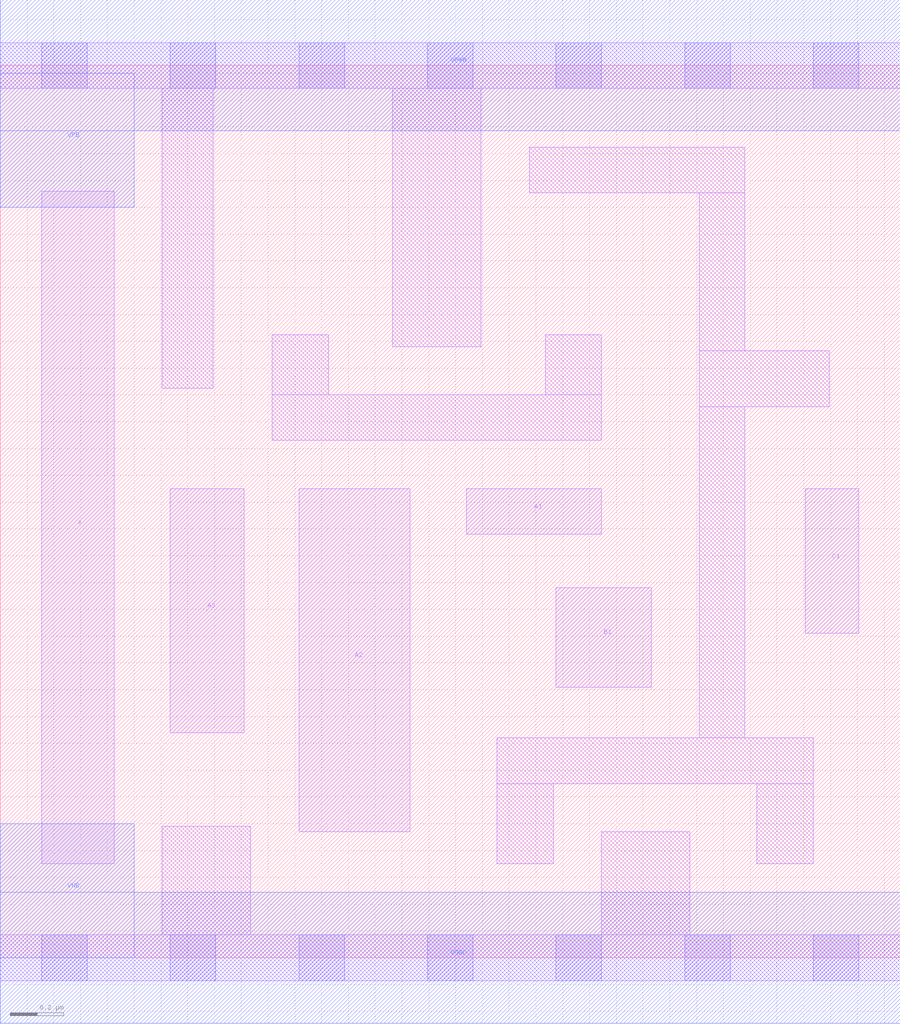
<source format=lef>
# Copyright 2020 The SkyWater PDK Authors
#
# Licensed under the Apache License, Version 2.0 (the "License");
# you may not use this file except in compliance with the License.
# You may obtain a copy of the License at
#
#     https://www.apache.org/licenses/LICENSE-2.0
#
# Unless required by applicable law or agreed to in writing, software
# distributed under the License is distributed on an "AS IS" BASIS,
# WITHOUT WARRANTIES OR CONDITIONS OF ANY KIND, either express or implied.
# See the License for the specific language governing permissions and
# limitations under the License.
#
# SPDX-License-Identifier: Apache-2.0

VERSION 5.5 ;
NAMESCASESENSITIVE ON ;
BUSBITCHARS "[]" ;
DIVIDERCHAR "/" ;
MACRO sky130_fd_sc_lp__a311o_m
  CLASS CORE ;
  SOURCE USER ;
  ORIGIN  0.000000  0.000000 ;
  SIZE  3.360000 BY  3.330000 ;
  SYMMETRY X Y R90 ;
  SITE unit ;
  PIN A1
    ANTENNAGATEAREA  0.126000 ;
    DIRECTION INPUT ;
    USE SIGNAL ;
    PORT
      LAYER li1 ;
        RECT 1.740000 1.580000 2.245000 1.750000 ;
    END
  END A1
  PIN A2
    ANTENNAGATEAREA  0.126000 ;
    DIRECTION INPUT ;
    USE SIGNAL ;
    PORT
      LAYER li1 ;
        RECT 1.115000 0.470000 1.530000 1.750000 ;
    END
  END A2
  PIN A3
    ANTENNAGATEAREA  0.126000 ;
    DIRECTION INPUT ;
    USE SIGNAL ;
    PORT
      LAYER li1 ;
        RECT 0.635000 0.840000 0.910000 1.750000 ;
    END
  END A3
  PIN B1
    ANTENNAGATEAREA  0.126000 ;
    DIRECTION INPUT ;
    USE SIGNAL ;
    PORT
      LAYER li1 ;
        RECT 2.075000 1.010000 2.430000 1.380000 ;
    END
  END B1
  PIN C1
    ANTENNAGATEAREA  0.126000 ;
    DIRECTION INPUT ;
    USE SIGNAL ;
    PORT
      LAYER li1 ;
        RECT 3.005000 1.210000 3.205000 1.750000 ;
    END
  END C1
  PIN X
    ANTENNADIFFAREA  0.222600 ;
    DIRECTION OUTPUT ;
    USE SIGNAL ;
    PORT
      LAYER li1 ;
        RECT 0.155000 0.350000 0.425000 2.860000 ;
    END
  END X
  PIN VGND
    DIRECTION INOUT ;
    USE GROUND ;
    PORT
      LAYER met1 ;
        RECT 0.000000 -0.245000 3.360000 0.245000 ;
    END
  END VGND
  PIN VNB
    DIRECTION INOUT ;
    USE GROUND ;
    PORT
      LAYER met1 ;
        RECT 0.000000 0.000000 0.500000 0.500000 ;
    END
  END VNB
  PIN VPB
    DIRECTION INOUT ;
    USE POWER ;
    PORT
      LAYER met1 ;
        RECT 0.000000 2.800000 0.500000 3.300000 ;
    END
  END VPB
  PIN VPWR
    DIRECTION INOUT ;
    USE POWER ;
    PORT
      LAYER met1 ;
        RECT 0.000000 3.085000 3.360000 3.575000 ;
    END
  END VPWR
  OBS
    LAYER li1 ;
      RECT 0.000000 -0.085000 3.360000 0.085000 ;
      RECT 0.000000  3.245000 3.360000 3.415000 ;
      RECT 0.605000  0.085000 0.935000 0.490000 ;
      RECT 0.605000  2.125000 0.795000 3.245000 ;
      RECT 1.015000  1.930000 2.245000 2.100000 ;
      RECT 1.015000  2.100000 1.225000 2.325000 ;
      RECT 1.465000  2.280000 1.795000 3.245000 ;
      RECT 1.855000  0.350000 2.065000 0.650000 ;
      RECT 1.855000  0.650000 3.035000 0.820000 ;
      RECT 1.975000  2.855000 2.780000 3.025000 ;
      RECT 2.035000  2.100000 2.245000 2.325000 ;
      RECT 2.245000  0.085000 2.575000 0.470000 ;
      RECT 2.610000  0.820000 2.780000 2.055000 ;
      RECT 2.610000  2.055000 3.095000 2.265000 ;
      RECT 2.610000  2.265000 2.780000 2.855000 ;
      RECT 2.825000  0.350000 3.035000 0.650000 ;
    LAYER mcon ;
      RECT 0.155000 -0.085000 0.325000 0.085000 ;
      RECT 0.155000  3.245000 0.325000 3.415000 ;
      RECT 0.635000 -0.085000 0.805000 0.085000 ;
      RECT 0.635000  3.245000 0.805000 3.415000 ;
      RECT 1.115000 -0.085000 1.285000 0.085000 ;
      RECT 1.115000  3.245000 1.285000 3.415000 ;
      RECT 1.595000 -0.085000 1.765000 0.085000 ;
      RECT 1.595000  3.245000 1.765000 3.415000 ;
      RECT 2.075000 -0.085000 2.245000 0.085000 ;
      RECT 2.075000  3.245000 2.245000 3.415000 ;
      RECT 2.555000 -0.085000 2.725000 0.085000 ;
      RECT 2.555000  3.245000 2.725000 3.415000 ;
      RECT 3.035000 -0.085000 3.205000 0.085000 ;
      RECT 3.035000  3.245000 3.205000 3.415000 ;
  END
END sky130_fd_sc_lp__a311o_m

</source>
